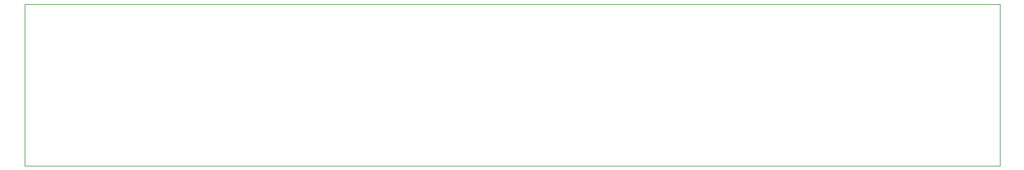
<source format=gbr>
%TF.GenerationSoftware,KiCad,Pcbnew,8.0.1*%
%TF.CreationDate,2024-07-22T07:52:40-07:00*%
%TF.ProjectId,PMOD_differential_driver,504d4f44-5f64-4696-9666-6572656e7469,1*%
%TF.SameCoordinates,Original*%
%TF.FileFunction,Profile,NP*%
%FSLAX46Y46*%
G04 Gerber Fmt 4.6, Leading zero omitted, Abs format (unit mm)*
G04 Created by KiCad (PCBNEW 8.0.1) date 2024-07-22 07:52:40*
%MOMM*%
%LPD*%
G01*
G04 APERTURE LIST*
%TA.AperFunction,Profile*%
%ADD10C,0.050000*%
%TD*%
G04 APERTURE END LIST*
D10*
X116840000Y-57150000D02*
X254000000Y-57150000D01*
X254000000Y-80010000D01*
X116840000Y-80010000D01*
X116840000Y-57150000D01*
M02*

</source>
